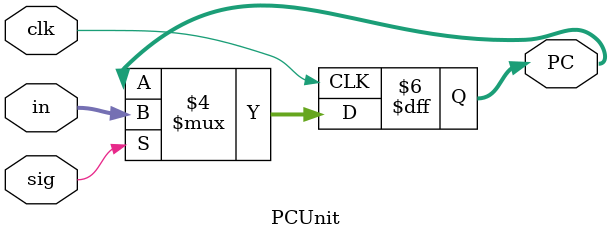
<source format=v>
module PCUnit(in,PC,clk,sig);
    output reg [31:0] PC;
    input [31:0] in;
    input clk;
    input sig;

    initial
    begin
        PC = 32'h0000_3000;
    end
    always@(negedge clk)
	begin
		if (sig)
            PC = in;
	end

endmodule
</source>
